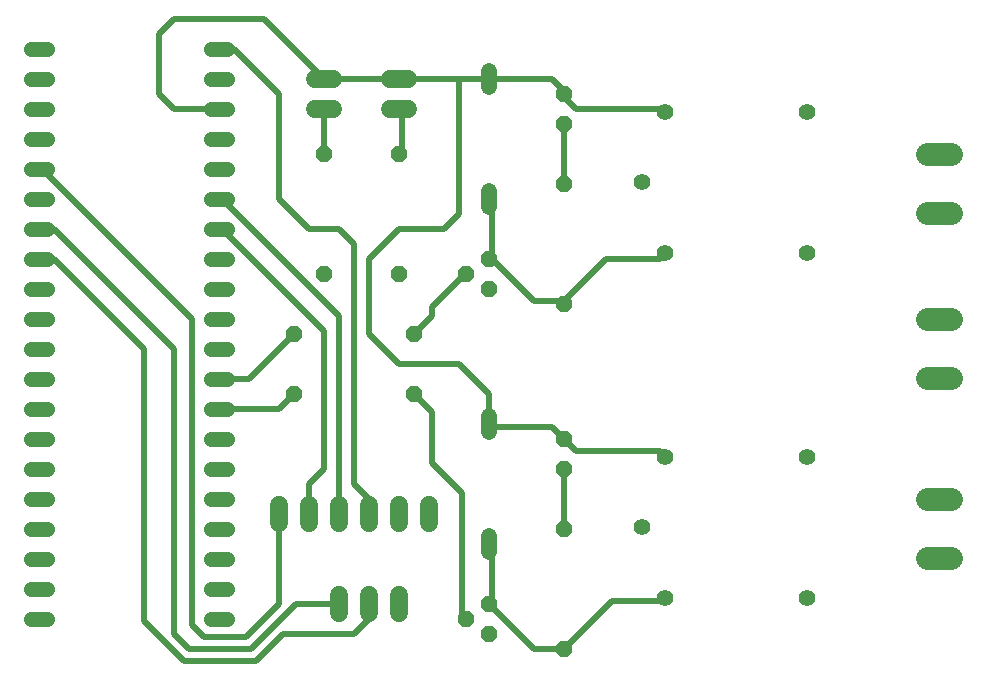
<source format=gbr>
G04 EAGLE Gerber RS-274X export*
G75*
%MOMM*%
%FSLAX34Y34*%
%LPD*%
%INTop Copper*%
%IPPOS*%
%AMOC8*
5,1,8,0,0,1.08239X$1,22.5*%
G01*
%ADD10C,1.524000*%
%ADD11C,1.320800*%
%ADD12P,1.429621X8X292.500000*%
%ADD13P,1.429621X8X112.500000*%
%ADD14P,1.429621X8X202.500000*%
%ADD15C,1.408000*%
%ADD16C,1.308000*%
%ADD17C,1.981200*%
%ADD18C,0.508000*%


D10*
X292100Y284480D02*
X292100Y299720D01*
X317500Y299720D02*
X317500Y284480D01*
X342900Y284480D02*
X342900Y299720D01*
X368300Y299720D02*
X368300Y284480D01*
X393700Y284480D02*
X393700Y299720D01*
X419100Y299720D02*
X419100Y284480D01*
D11*
X469900Y653796D02*
X469900Y667004D01*
X469900Y565404D02*
X469900Y552196D01*
X469900Y374904D02*
X469900Y361696D01*
X469900Y273304D02*
X469900Y260096D01*
D12*
X533400Y647700D03*
X533400Y622300D03*
X533400Y355600D03*
X533400Y330200D03*
D13*
X469900Y508000D03*
X450850Y495300D03*
X469900Y482600D03*
X469900Y215900D03*
X450850Y203200D03*
X469900Y190500D03*
X533400Y177800D03*
X533400Y279400D03*
X533400Y469900D03*
X533400Y571500D03*
D14*
X406400Y444500D03*
X304800Y444500D03*
X406400Y393700D03*
X304800Y393700D03*
D12*
X330200Y596900D03*
X330200Y495300D03*
X393700Y596900D03*
X393700Y495300D03*
D15*
X739200Y632700D03*
X619200Y512700D03*
X599200Y572700D03*
X739200Y512700D03*
X619200Y632700D03*
X739200Y340600D03*
X619200Y220600D03*
X599200Y280600D03*
X739200Y220600D03*
X619200Y340600D03*
D10*
X401320Y660400D02*
X386080Y660400D01*
X386080Y635000D02*
X401320Y635000D01*
X337820Y635000D02*
X322580Y635000D01*
X322580Y660400D02*
X337820Y660400D01*
D16*
X247840Y203200D02*
X234760Y203200D01*
X234760Y228600D02*
X247840Y228600D01*
X247840Y254000D02*
X234760Y254000D01*
X234760Y279400D02*
X247840Y279400D01*
X247840Y304800D02*
X234760Y304800D01*
X234760Y330200D02*
X247840Y330200D01*
X247840Y355600D02*
X234760Y355600D01*
X234760Y381000D02*
X247840Y381000D01*
X247840Y406400D02*
X234760Y406400D01*
X234760Y431800D02*
X247840Y431800D01*
X247840Y457200D02*
X234760Y457200D01*
X234760Y482600D02*
X247840Y482600D01*
X247840Y508000D02*
X234760Y508000D01*
X234760Y533400D02*
X247840Y533400D01*
X247840Y558800D02*
X234760Y558800D01*
X234760Y584200D02*
X247840Y584200D01*
X247840Y609600D02*
X234760Y609600D01*
X234760Y635000D02*
X247840Y635000D01*
X247840Y660400D02*
X234760Y660400D01*
X234760Y685800D02*
X247840Y685800D01*
X95440Y203200D02*
X82360Y203200D01*
X82360Y228600D02*
X95440Y228600D01*
X95440Y254000D02*
X82360Y254000D01*
X82360Y279400D02*
X95440Y279400D01*
X95440Y304800D02*
X82360Y304800D01*
X82360Y330200D02*
X95440Y330200D01*
X95440Y355600D02*
X82360Y355600D01*
X82360Y381000D02*
X95440Y381000D01*
X95440Y406400D02*
X82360Y406400D01*
X82360Y431800D02*
X95440Y431800D01*
X95440Y457200D02*
X82360Y457200D01*
X82360Y482600D02*
X95440Y482600D01*
X95440Y508000D02*
X82360Y508000D01*
X82360Y533400D02*
X95440Y533400D01*
X95440Y558800D02*
X82360Y558800D01*
X82360Y584200D02*
X95440Y584200D01*
X95440Y609600D02*
X82360Y609600D01*
X82360Y635000D02*
X95440Y635000D01*
X95440Y660400D02*
X82360Y660400D01*
X82360Y685800D02*
X95440Y685800D01*
D10*
X393700Y223520D02*
X393700Y208280D01*
X368300Y208280D02*
X368300Y223520D01*
X342900Y223520D02*
X342900Y208280D01*
D17*
X840994Y596646D02*
X860806Y596646D01*
X860806Y546354D02*
X840994Y546354D01*
X840994Y304546D02*
X860806Y304546D01*
X860806Y254254D02*
X840994Y254254D01*
X840994Y406654D02*
X860806Y406654D01*
X860806Y456946D02*
X840994Y456946D01*
D18*
X330200Y596900D02*
X330200Y635000D01*
X396240Y635000D02*
X396240Y599440D01*
X396240Y635000D02*
X393700Y635000D01*
X396240Y599440D02*
X393700Y596900D01*
X393700Y660400D02*
X330200Y660400D01*
X472440Y365760D02*
X523240Y365760D01*
X533400Y355600D01*
X472440Y365760D02*
X469900Y368300D01*
X543560Y345440D02*
X614680Y345440D01*
X543560Y345440D02*
X533400Y355600D01*
X614680Y345440D02*
X619200Y340600D01*
X523240Y660400D02*
X469900Y660400D01*
X523240Y660400D02*
X533400Y650240D01*
X533400Y647700D01*
X543560Y635000D02*
X614680Y635000D01*
X543560Y635000D02*
X533400Y645160D01*
X533400Y647700D01*
X469900Y660400D02*
X444500Y660400D01*
X393700Y660400D01*
X241300Y635000D02*
X203200Y635000D01*
X190500Y647700D01*
X190500Y698500D02*
X203200Y711200D01*
X279400Y711200D01*
X190500Y698500D02*
X190500Y647700D01*
X279400Y711200D02*
X330200Y660400D01*
X444500Y660400D02*
X444500Y546100D01*
X431800Y533400D01*
X393700Y533400D01*
X368300Y508000D01*
X368300Y444500D01*
X393700Y419100D01*
X444500Y419100D01*
X469900Y393700D01*
X469900Y368300D01*
X616980Y632700D02*
X619200Y632700D01*
X616980Y632700D02*
X614680Y635000D01*
X533400Y330200D02*
X533400Y279400D01*
X472440Y264160D02*
X472440Y218440D01*
X469900Y215900D01*
X472440Y264160D02*
X469900Y266700D01*
X508000Y177800D02*
X533400Y177800D01*
X508000Y177800D02*
X469900Y215900D01*
X574040Y218440D02*
X614680Y218440D01*
X574040Y218440D02*
X533400Y177800D01*
X614680Y218440D02*
X619200Y220600D01*
X533400Y571500D02*
X533400Y622300D01*
X533400Y472440D02*
X508000Y472440D01*
X472440Y508000D01*
X472440Y558800D01*
X469900Y558800D01*
X469900Y508000D02*
X472440Y508000D01*
X568960Y508000D02*
X614680Y508000D01*
X568960Y508000D02*
X533400Y472440D01*
X614680Y508000D02*
X619200Y512700D01*
X533400Y472440D02*
X533400Y469900D01*
X421640Y378460D02*
X421640Y335280D01*
X447040Y309880D01*
X447040Y203200D01*
X421640Y378460D02*
X406400Y393700D01*
X447040Y203200D02*
X450850Y203200D01*
X421640Y459740D02*
X421640Y467360D01*
X447040Y492760D01*
X421640Y459740D02*
X406400Y444500D01*
X447040Y492760D02*
X450850Y495300D01*
X292100Y381000D02*
X241300Y381000D01*
X292100Y381000D02*
X304800Y393700D01*
X266700Y406400D02*
X241300Y406400D01*
X266700Y406400D02*
X304800Y444500D01*
X306468Y215900D02*
X268368Y177800D01*
X215900Y177800D02*
X203200Y190500D01*
X203200Y431800D01*
X101600Y533400D01*
X88900Y533400D01*
X306468Y215900D02*
X342900Y215900D01*
X268368Y177800D02*
X215900Y177800D01*
X368300Y203200D02*
X368300Y215900D01*
X368300Y203200D02*
X355600Y190500D01*
X295437Y190500D01*
X272577Y167640D01*
X215900Y167640D01*
X101600Y508000D02*
X88900Y508000D01*
X101600Y508000D02*
X177800Y431800D01*
X211692Y167640D02*
X215900Y167640D01*
X177800Y201532D02*
X177800Y431800D01*
X177800Y201532D02*
X211692Y167640D01*
X218440Y457200D02*
X91440Y584200D01*
X218440Y457200D02*
X218440Y198120D01*
X228600Y187960D01*
X91440Y584200D02*
X88900Y584200D01*
X292100Y215900D02*
X264160Y187960D01*
X292100Y215900D02*
X292100Y292100D01*
X264160Y187960D02*
X228600Y187960D01*
X241300Y533400D02*
X243840Y533400D01*
X330200Y330200D02*
X317500Y317500D01*
X317500Y292100D01*
X330200Y447040D02*
X243840Y533400D01*
X330200Y447040D02*
X330200Y330200D01*
X243840Y558800D02*
X241300Y558800D01*
X344170Y293370D02*
X342900Y292100D01*
X344170Y293370D02*
X342900Y294640D01*
X342900Y459740D02*
X243840Y558800D01*
X342900Y459740D02*
X342900Y294640D01*
X254000Y685800D02*
X241300Y685800D01*
X254000Y685800D02*
X292100Y647700D01*
X292100Y558800D01*
X317500Y533400D01*
X342900Y533400D01*
X355600Y520700D01*
X355600Y317500D01*
X368300Y304800D02*
X368300Y292100D01*
X368300Y304800D02*
X355600Y317500D01*
M02*

</source>
